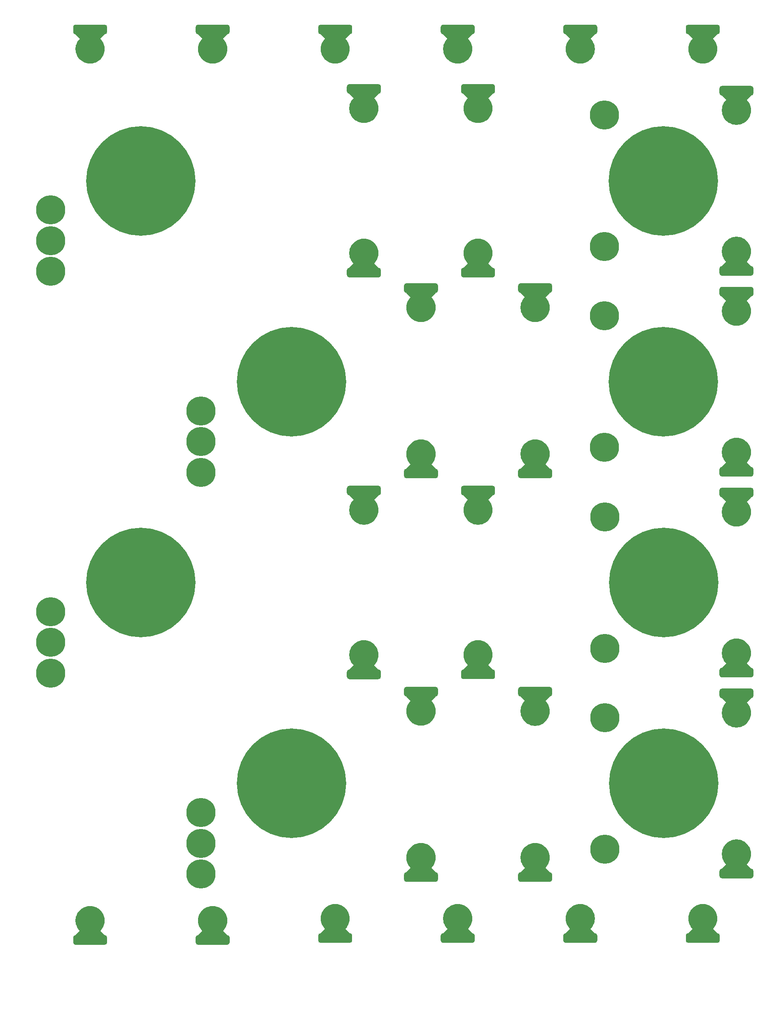
<source format=gbr>
%TF.GenerationSoftware,KiCad,Pcbnew,(5.1.9)-1*%
%TF.CreationDate,2021-09-09T23:53:42+02:00*%
%TF.ProjectId,SwitchBox,53776974-6368-4426-9f78-2e6b69636164,rev?*%
%TF.SameCoordinates,Original*%
%TF.FileFunction,Soldermask,Bot*%
%TF.FilePolarity,Negative*%
%FSLAX46Y46*%
G04 Gerber Fmt 4.6, Leading zero omitted, Abs format (unit mm)*
G04 Created by KiCad (PCBNEW (5.1.9)-1) date 2021-09-09 23:53:42*
%MOMM*%
%LPD*%
G01*
G04 APERTURE LIST*
%ADD10C,22.500000*%
%ADD11C,6.000000*%
%ADD12C,0.100000*%
G04 APERTURE END LIST*
D10*
%TO.C,D9*%
X161190000Y-64650000D03*
D11*
X149090000Y-78150000D03*
X149090000Y-51150000D03*
%TD*%
%TO.C,D10*%
X149090000Y-92406666D03*
X149090000Y-119406666D03*
D10*
X161190000Y-105906666D03*
%TD*%
%TO.C,D11*%
X161230000Y-147163332D03*
D11*
X149130000Y-160663332D03*
X149130000Y-133663332D03*
%TD*%
%TO.C,D12*%
X149150000Y-174920000D03*
X149150000Y-201920000D03*
D10*
X161250000Y-188420000D03*
%TD*%
%TO.C,BLACK*%
G36*
G01*
X40310000Y-219570000D02*
X46310000Y-219570000D01*
G75*
G02*
X46810000Y-220070000I0J-500000D01*
G01*
X46810000Y-221070000D01*
G75*
G02*
X46310000Y-221570000I-500000J0D01*
G01*
X40310000Y-221570000D01*
G75*
G02*
X39810000Y-221070000I0J500000D01*
G01*
X39810000Y-220070000D01*
G75*
G02*
X40310000Y-219570000I500000J0D01*
G01*
G37*
D12*
G36*
X43750191Y-213602470D02*
G01*
X44038941Y-213659906D01*
X44320670Y-213745368D01*
X44592665Y-213858032D01*
X44852308Y-213996814D01*
X45097098Y-214160377D01*
X45324677Y-214347147D01*
X45532853Y-214555323D01*
X45719623Y-214782902D01*
X45883186Y-215027692D01*
X46021968Y-215287335D01*
X46134632Y-215559330D01*
X46220094Y-215841059D01*
X46277530Y-216129809D01*
X46306386Y-216422797D01*
X46306386Y-216717203D01*
X46277530Y-217010191D01*
X46220094Y-217298941D01*
X46134632Y-217580670D01*
X46021968Y-217852665D01*
X45883186Y-218112308D01*
X45719623Y-218357098D01*
X45532853Y-218584677D01*
X45428765Y-218688765D01*
X46310000Y-219570000D01*
X40310000Y-219570000D01*
X41191235Y-218688765D01*
X41087147Y-218584677D01*
X40900377Y-218357098D01*
X40736814Y-218112308D01*
X40598032Y-217852665D01*
X40485368Y-217580670D01*
X40399906Y-217298941D01*
X40342470Y-217010191D01*
X40313614Y-216717203D01*
X40313614Y-216422797D01*
X40342470Y-216129809D01*
X40399906Y-215841059D01*
X40485368Y-215559330D01*
X40598032Y-215287335D01*
X40736814Y-215027692D01*
X40900377Y-214782902D01*
X41087147Y-214555323D01*
X41295323Y-214347147D01*
X41522902Y-214160377D01*
X41767692Y-213996814D01*
X42027335Y-213858032D01*
X42299330Y-213745368D01*
X42581059Y-213659906D01*
X42869809Y-213602470D01*
X43162797Y-213573614D01*
X43457203Y-213573614D01*
X43750191Y-213602470D01*
G37*
%TD*%
%TO.C,RED*%
G36*
X42869809Y-40537530D02*
G01*
X42581059Y-40480094D01*
X42299330Y-40394632D01*
X42027335Y-40281968D01*
X41767692Y-40143186D01*
X41522902Y-39979623D01*
X41295323Y-39792853D01*
X41087147Y-39584677D01*
X40900377Y-39357098D01*
X40736814Y-39112308D01*
X40598032Y-38852665D01*
X40485368Y-38580670D01*
X40399906Y-38298941D01*
X40342470Y-38010191D01*
X40313614Y-37717203D01*
X40313614Y-37422797D01*
X40342470Y-37129809D01*
X40399906Y-36841059D01*
X40485368Y-36559330D01*
X40598032Y-36287335D01*
X40736814Y-36027692D01*
X40900377Y-35782902D01*
X41087147Y-35555323D01*
X41191235Y-35451235D01*
X40310000Y-34570000D01*
X46310000Y-34570000D01*
X45428765Y-35451235D01*
X45532853Y-35555323D01*
X45719623Y-35782902D01*
X45883186Y-36027692D01*
X46021968Y-36287335D01*
X46134632Y-36559330D01*
X46220094Y-36841059D01*
X46277530Y-37129809D01*
X46306386Y-37422797D01*
X46306386Y-37717203D01*
X46277530Y-38010191D01*
X46220094Y-38298941D01*
X46134632Y-38580670D01*
X46021968Y-38852665D01*
X45883186Y-39112308D01*
X45719623Y-39357098D01*
X45532853Y-39584677D01*
X45324677Y-39792853D01*
X45097098Y-39979623D01*
X44852308Y-40143186D01*
X44592665Y-40281968D01*
X44320670Y-40394632D01*
X44038941Y-40480094D01*
X43750191Y-40537530D01*
X43457203Y-40566386D01*
X43162797Y-40566386D01*
X42869809Y-40537530D01*
G37*
G36*
G01*
X46310000Y-34570000D02*
X40310000Y-34570000D01*
G75*
G02*
X39810000Y-34070000I0J500000D01*
G01*
X39810000Y-33070000D01*
G75*
G02*
X40310000Y-32570000I500000J0D01*
G01*
X46310000Y-32570000D01*
G75*
G02*
X46810000Y-33070000I0J-500000D01*
G01*
X46810000Y-34070000D01*
G75*
G02*
X46310000Y-34570000I-500000J0D01*
G01*
G37*
%TD*%
%TO.C,BLACK*%
G36*
X68948191Y-213602470D02*
G01*
X69236941Y-213659906D01*
X69518670Y-213745368D01*
X69790665Y-213858032D01*
X70050308Y-213996814D01*
X70295098Y-214160377D01*
X70522677Y-214347147D01*
X70730853Y-214555323D01*
X70917623Y-214782902D01*
X71081186Y-215027692D01*
X71219968Y-215287335D01*
X71332632Y-215559330D01*
X71418094Y-215841059D01*
X71475530Y-216129809D01*
X71504386Y-216422797D01*
X71504386Y-216717203D01*
X71475530Y-217010191D01*
X71418094Y-217298941D01*
X71332632Y-217580670D01*
X71219968Y-217852665D01*
X71081186Y-218112308D01*
X70917623Y-218357098D01*
X70730853Y-218584677D01*
X70626765Y-218688765D01*
X71508000Y-219570000D01*
X65508000Y-219570000D01*
X66389235Y-218688765D01*
X66285147Y-218584677D01*
X66098377Y-218357098D01*
X65934814Y-218112308D01*
X65796032Y-217852665D01*
X65683368Y-217580670D01*
X65597906Y-217298941D01*
X65540470Y-217010191D01*
X65511614Y-216717203D01*
X65511614Y-216422797D01*
X65540470Y-216129809D01*
X65597906Y-215841059D01*
X65683368Y-215559330D01*
X65796032Y-215287335D01*
X65934814Y-215027692D01*
X66098377Y-214782902D01*
X66285147Y-214555323D01*
X66493323Y-214347147D01*
X66720902Y-214160377D01*
X66965692Y-213996814D01*
X67225335Y-213858032D01*
X67497330Y-213745368D01*
X67779059Y-213659906D01*
X68067809Y-213602470D01*
X68360797Y-213573614D01*
X68655203Y-213573614D01*
X68948191Y-213602470D01*
G37*
G36*
G01*
X65508000Y-219570000D02*
X71508000Y-219570000D01*
G75*
G02*
X72008000Y-220070000I0J-500000D01*
G01*
X72008000Y-221070000D01*
G75*
G02*
X71508000Y-221570000I-500000J0D01*
G01*
X65508000Y-221570000D01*
G75*
G02*
X65008000Y-221070000I0J500000D01*
G01*
X65008000Y-220070000D01*
G75*
G02*
X65508000Y-219570000I500000J0D01*
G01*
G37*
%TD*%
%TO.C,RED*%
G36*
G01*
X71508000Y-34570000D02*
X65508000Y-34570000D01*
G75*
G02*
X65008000Y-34070000I0J500000D01*
G01*
X65008000Y-33070000D01*
G75*
G02*
X65508000Y-32570000I500000J0D01*
G01*
X71508000Y-32570000D01*
G75*
G02*
X72008000Y-33070000I0J-500000D01*
G01*
X72008000Y-34070000D01*
G75*
G02*
X71508000Y-34570000I-500000J0D01*
G01*
G37*
G36*
X68067809Y-40537530D02*
G01*
X67779059Y-40480094D01*
X67497330Y-40394632D01*
X67225335Y-40281968D01*
X66965692Y-40143186D01*
X66720902Y-39979623D01*
X66493323Y-39792853D01*
X66285147Y-39584677D01*
X66098377Y-39357098D01*
X65934814Y-39112308D01*
X65796032Y-38852665D01*
X65683368Y-38580670D01*
X65597906Y-38298941D01*
X65540470Y-38010191D01*
X65511614Y-37717203D01*
X65511614Y-37422797D01*
X65540470Y-37129809D01*
X65597906Y-36841059D01*
X65683368Y-36559330D01*
X65796032Y-36287335D01*
X65934814Y-36027692D01*
X66098377Y-35782902D01*
X66285147Y-35555323D01*
X66389235Y-35451235D01*
X65508000Y-34570000D01*
X71508000Y-34570000D01*
X70626765Y-35451235D01*
X70730853Y-35555323D01*
X70917623Y-35782902D01*
X71081186Y-36027692D01*
X71219968Y-36287335D01*
X71332632Y-36559330D01*
X71418094Y-36841059D01*
X71475530Y-37129809D01*
X71504386Y-37422797D01*
X71504386Y-37717203D01*
X71475530Y-38010191D01*
X71418094Y-38298941D01*
X71332632Y-38580670D01*
X71219968Y-38852665D01*
X71081186Y-39112308D01*
X70917623Y-39357098D01*
X70730853Y-39584677D01*
X70522677Y-39792853D01*
X70295098Y-39979623D01*
X70050308Y-40143186D01*
X69790665Y-40281968D01*
X69518670Y-40394632D01*
X69236941Y-40480094D01*
X68948191Y-40537530D01*
X68655203Y-40566386D01*
X68360797Y-40566386D01*
X68067809Y-40537530D01*
G37*
%TD*%
%TO.C,BLACK*%
G36*
G01*
X90706000Y-219170000D02*
X96706000Y-219170000D01*
G75*
G02*
X97206000Y-219670000I0J-500000D01*
G01*
X97206000Y-220670000D01*
G75*
G02*
X96706000Y-221170000I-500000J0D01*
G01*
X90706000Y-221170000D01*
G75*
G02*
X90206000Y-220670000I0J500000D01*
G01*
X90206000Y-219670000D01*
G75*
G02*
X90706000Y-219170000I500000J0D01*
G01*
G37*
G36*
X94146191Y-213202470D02*
G01*
X94434941Y-213259906D01*
X94716670Y-213345368D01*
X94988665Y-213458032D01*
X95248308Y-213596814D01*
X95493098Y-213760377D01*
X95720677Y-213947147D01*
X95928853Y-214155323D01*
X96115623Y-214382902D01*
X96279186Y-214627692D01*
X96417968Y-214887335D01*
X96530632Y-215159330D01*
X96616094Y-215441059D01*
X96673530Y-215729809D01*
X96702386Y-216022797D01*
X96702386Y-216317203D01*
X96673530Y-216610191D01*
X96616094Y-216898941D01*
X96530632Y-217180670D01*
X96417968Y-217452665D01*
X96279186Y-217712308D01*
X96115623Y-217957098D01*
X95928853Y-218184677D01*
X95824765Y-218288765D01*
X96706000Y-219170000D01*
X90706000Y-219170000D01*
X91587235Y-218288765D01*
X91483147Y-218184677D01*
X91296377Y-217957098D01*
X91132814Y-217712308D01*
X90994032Y-217452665D01*
X90881368Y-217180670D01*
X90795906Y-216898941D01*
X90738470Y-216610191D01*
X90709614Y-216317203D01*
X90709614Y-216022797D01*
X90738470Y-215729809D01*
X90795906Y-215441059D01*
X90881368Y-215159330D01*
X90994032Y-214887335D01*
X91132814Y-214627692D01*
X91296377Y-214382902D01*
X91483147Y-214155323D01*
X91691323Y-213947147D01*
X91918902Y-213760377D01*
X92163692Y-213596814D01*
X92423335Y-213458032D01*
X92695330Y-213345368D01*
X92977059Y-213259906D01*
X93265809Y-213202470D01*
X93558797Y-213173614D01*
X93853203Y-213173614D01*
X94146191Y-213202470D01*
G37*
%TD*%
%TO.C,RED*%
G36*
X93265809Y-40537530D02*
G01*
X92977059Y-40480094D01*
X92695330Y-40394632D01*
X92423335Y-40281968D01*
X92163692Y-40143186D01*
X91918902Y-39979623D01*
X91691323Y-39792853D01*
X91483147Y-39584677D01*
X91296377Y-39357098D01*
X91132814Y-39112308D01*
X90994032Y-38852665D01*
X90881368Y-38580670D01*
X90795906Y-38298941D01*
X90738470Y-38010191D01*
X90709614Y-37717203D01*
X90709614Y-37422797D01*
X90738470Y-37129809D01*
X90795906Y-36841059D01*
X90881368Y-36559330D01*
X90994032Y-36287335D01*
X91132814Y-36027692D01*
X91296377Y-35782902D01*
X91483147Y-35555323D01*
X91587235Y-35451235D01*
X90706000Y-34570000D01*
X96706000Y-34570000D01*
X95824765Y-35451235D01*
X95928853Y-35555323D01*
X96115623Y-35782902D01*
X96279186Y-36027692D01*
X96417968Y-36287335D01*
X96530632Y-36559330D01*
X96616094Y-36841059D01*
X96673530Y-37129809D01*
X96702386Y-37422797D01*
X96702386Y-37717203D01*
X96673530Y-38010191D01*
X96616094Y-38298941D01*
X96530632Y-38580670D01*
X96417968Y-38852665D01*
X96279186Y-39112308D01*
X96115623Y-39357098D01*
X95928853Y-39584677D01*
X95720677Y-39792853D01*
X95493098Y-39979623D01*
X95248308Y-40143186D01*
X94988665Y-40281968D01*
X94716670Y-40394632D01*
X94434941Y-40480094D01*
X94146191Y-40537530D01*
X93853203Y-40566386D01*
X93558797Y-40566386D01*
X93265809Y-40537530D01*
G37*
G36*
G01*
X96706000Y-34570000D02*
X90706000Y-34570000D01*
G75*
G02*
X90206000Y-34070000I0J500000D01*
G01*
X90206000Y-33070000D01*
G75*
G02*
X90706000Y-32570000I500000J0D01*
G01*
X96706000Y-32570000D01*
G75*
G02*
X97206000Y-33070000I0J-500000D01*
G01*
X97206000Y-34070000D01*
G75*
G02*
X96706000Y-34570000I-500000J0D01*
G01*
G37*
%TD*%
%TO.C,BLACK*%
G36*
X119344191Y-213202470D02*
G01*
X119632941Y-213259906D01*
X119914670Y-213345368D01*
X120186665Y-213458032D01*
X120446308Y-213596814D01*
X120691098Y-213760377D01*
X120918677Y-213947147D01*
X121126853Y-214155323D01*
X121313623Y-214382902D01*
X121477186Y-214627692D01*
X121615968Y-214887335D01*
X121728632Y-215159330D01*
X121814094Y-215441059D01*
X121871530Y-215729809D01*
X121900386Y-216022797D01*
X121900386Y-216317203D01*
X121871530Y-216610191D01*
X121814094Y-216898941D01*
X121728632Y-217180670D01*
X121615968Y-217452665D01*
X121477186Y-217712308D01*
X121313623Y-217957098D01*
X121126853Y-218184677D01*
X121022765Y-218288765D01*
X121904000Y-219170000D01*
X115904000Y-219170000D01*
X116785235Y-218288765D01*
X116681147Y-218184677D01*
X116494377Y-217957098D01*
X116330814Y-217712308D01*
X116192032Y-217452665D01*
X116079368Y-217180670D01*
X115993906Y-216898941D01*
X115936470Y-216610191D01*
X115907614Y-216317203D01*
X115907614Y-216022797D01*
X115936470Y-215729809D01*
X115993906Y-215441059D01*
X116079368Y-215159330D01*
X116192032Y-214887335D01*
X116330814Y-214627692D01*
X116494377Y-214382902D01*
X116681147Y-214155323D01*
X116889323Y-213947147D01*
X117116902Y-213760377D01*
X117361692Y-213596814D01*
X117621335Y-213458032D01*
X117893330Y-213345368D01*
X118175059Y-213259906D01*
X118463809Y-213202470D01*
X118756797Y-213173614D01*
X119051203Y-213173614D01*
X119344191Y-213202470D01*
G37*
G36*
G01*
X115904000Y-219170000D02*
X121904000Y-219170000D01*
G75*
G02*
X122404000Y-219670000I0J-500000D01*
G01*
X122404000Y-220670000D01*
G75*
G02*
X121904000Y-221170000I-500000J0D01*
G01*
X115904000Y-221170000D01*
G75*
G02*
X115404000Y-220670000I0J500000D01*
G01*
X115404000Y-219670000D01*
G75*
G02*
X115904000Y-219170000I500000J0D01*
G01*
G37*
%TD*%
%TO.C,RED*%
G36*
G01*
X121904000Y-34570000D02*
X115904000Y-34570000D01*
G75*
G02*
X115404000Y-34070000I0J500000D01*
G01*
X115404000Y-33070000D01*
G75*
G02*
X115904000Y-32570000I500000J0D01*
G01*
X121904000Y-32570000D01*
G75*
G02*
X122404000Y-33070000I0J-500000D01*
G01*
X122404000Y-34070000D01*
G75*
G02*
X121904000Y-34570000I-500000J0D01*
G01*
G37*
G36*
X118463809Y-40537530D02*
G01*
X118175059Y-40480094D01*
X117893330Y-40394632D01*
X117621335Y-40281968D01*
X117361692Y-40143186D01*
X117116902Y-39979623D01*
X116889323Y-39792853D01*
X116681147Y-39584677D01*
X116494377Y-39357098D01*
X116330814Y-39112308D01*
X116192032Y-38852665D01*
X116079368Y-38580670D01*
X115993906Y-38298941D01*
X115936470Y-38010191D01*
X115907614Y-37717203D01*
X115907614Y-37422797D01*
X115936470Y-37129809D01*
X115993906Y-36841059D01*
X116079368Y-36559330D01*
X116192032Y-36287335D01*
X116330814Y-36027692D01*
X116494377Y-35782902D01*
X116681147Y-35555323D01*
X116785235Y-35451235D01*
X115904000Y-34570000D01*
X121904000Y-34570000D01*
X121022765Y-35451235D01*
X121126853Y-35555323D01*
X121313623Y-35782902D01*
X121477186Y-36027692D01*
X121615968Y-36287335D01*
X121728632Y-36559330D01*
X121814094Y-36841059D01*
X121871530Y-37129809D01*
X121900386Y-37422797D01*
X121900386Y-37717203D01*
X121871530Y-38010191D01*
X121814094Y-38298941D01*
X121728632Y-38580670D01*
X121615968Y-38852665D01*
X121477186Y-39112308D01*
X121313623Y-39357098D01*
X121126853Y-39584677D01*
X120918677Y-39792853D01*
X120691098Y-39979623D01*
X120446308Y-40143186D01*
X120186665Y-40281968D01*
X119914670Y-40394632D01*
X119632941Y-40480094D01*
X119344191Y-40537530D01*
X119051203Y-40566386D01*
X118756797Y-40566386D01*
X118463809Y-40537530D01*
G37*
%TD*%
%TO.C,BLACK*%
G36*
G01*
X141102000Y-219170000D02*
X147102000Y-219170000D01*
G75*
G02*
X147602000Y-219670000I0J-500000D01*
G01*
X147602000Y-220670000D01*
G75*
G02*
X147102000Y-221170000I-500000J0D01*
G01*
X141102000Y-221170000D01*
G75*
G02*
X140602000Y-220670000I0J500000D01*
G01*
X140602000Y-219670000D01*
G75*
G02*
X141102000Y-219170000I500000J0D01*
G01*
G37*
G36*
X144542191Y-213202470D02*
G01*
X144830941Y-213259906D01*
X145112670Y-213345368D01*
X145384665Y-213458032D01*
X145644308Y-213596814D01*
X145889098Y-213760377D01*
X146116677Y-213947147D01*
X146324853Y-214155323D01*
X146511623Y-214382902D01*
X146675186Y-214627692D01*
X146813968Y-214887335D01*
X146926632Y-215159330D01*
X147012094Y-215441059D01*
X147069530Y-215729809D01*
X147098386Y-216022797D01*
X147098386Y-216317203D01*
X147069530Y-216610191D01*
X147012094Y-216898941D01*
X146926632Y-217180670D01*
X146813968Y-217452665D01*
X146675186Y-217712308D01*
X146511623Y-217957098D01*
X146324853Y-218184677D01*
X146220765Y-218288765D01*
X147102000Y-219170000D01*
X141102000Y-219170000D01*
X141983235Y-218288765D01*
X141879147Y-218184677D01*
X141692377Y-217957098D01*
X141528814Y-217712308D01*
X141390032Y-217452665D01*
X141277368Y-217180670D01*
X141191906Y-216898941D01*
X141134470Y-216610191D01*
X141105614Y-216317203D01*
X141105614Y-216022797D01*
X141134470Y-215729809D01*
X141191906Y-215441059D01*
X141277368Y-215159330D01*
X141390032Y-214887335D01*
X141528814Y-214627692D01*
X141692377Y-214382902D01*
X141879147Y-214155323D01*
X142087323Y-213947147D01*
X142314902Y-213760377D01*
X142559692Y-213596814D01*
X142819335Y-213458032D01*
X143091330Y-213345368D01*
X143373059Y-213259906D01*
X143661809Y-213202470D01*
X143954797Y-213173614D01*
X144249203Y-213173614D01*
X144542191Y-213202470D01*
G37*
%TD*%
%TO.C,RED*%
G36*
X143661809Y-40537530D02*
G01*
X143373059Y-40480094D01*
X143091330Y-40394632D01*
X142819335Y-40281968D01*
X142559692Y-40143186D01*
X142314902Y-39979623D01*
X142087323Y-39792853D01*
X141879147Y-39584677D01*
X141692377Y-39357098D01*
X141528814Y-39112308D01*
X141390032Y-38852665D01*
X141277368Y-38580670D01*
X141191906Y-38298941D01*
X141134470Y-38010191D01*
X141105614Y-37717203D01*
X141105614Y-37422797D01*
X141134470Y-37129809D01*
X141191906Y-36841059D01*
X141277368Y-36559330D01*
X141390032Y-36287335D01*
X141528814Y-36027692D01*
X141692377Y-35782902D01*
X141879147Y-35555323D01*
X141983235Y-35451235D01*
X141102000Y-34570000D01*
X147102000Y-34570000D01*
X146220765Y-35451235D01*
X146324853Y-35555323D01*
X146511623Y-35782902D01*
X146675186Y-36027692D01*
X146813968Y-36287335D01*
X146926632Y-36559330D01*
X147012094Y-36841059D01*
X147069530Y-37129809D01*
X147098386Y-37422797D01*
X147098386Y-37717203D01*
X147069530Y-38010191D01*
X147012094Y-38298941D01*
X146926632Y-38580670D01*
X146813968Y-38852665D01*
X146675186Y-39112308D01*
X146511623Y-39357098D01*
X146324853Y-39584677D01*
X146116677Y-39792853D01*
X145889098Y-39979623D01*
X145644308Y-40143186D01*
X145384665Y-40281968D01*
X145112670Y-40394632D01*
X144830941Y-40480094D01*
X144542191Y-40537530D01*
X144249203Y-40566386D01*
X143954797Y-40566386D01*
X143661809Y-40537530D01*
G37*
G36*
G01*
X147102000Y-34570000D02*
X141102000Y-34570000D01*
G75*
G02*
X140602000Y-34070000I0J500000D01*
G01*
X140602000Y-33070000D01*
G75*
G02*
X141102000Y-32570000I500000J0D01*
G01*
X147102000Y-32570000D01*
G75*
G02*
X147602000Y-33070000I0J-500000D01*
G01*
X147602000Y-34070000D01*
G75*
G02*
X147102000Y-34570000I-500000J0D01*
G01*
G37*
%TD*%
%TO.C,BLACK*%
G36*
X169740191Y-213202470D02*
G01*
X170028941Y-213259906D01*
X170310670Y-213345368D01*
X170582665Y-213458032D01*
X170842308Y-213596814D01*
X171087098Y-213760377D01*
X171314677Y-213947147D01*
X171522853Y-214155323D01*
X171709623Y-214382902D01*
X171873186Y-214627692D01*
X172011968Y-214887335D01*
X172124632Y-215159330D01*
X172210094Y-215441059D01*
X172267530Y-215729809D01*
X172296386Y-216022797D01*
X172296386Y-216317203D01*
X172267530Y-216610191D01*
X172210094Y-216898941D01*
X172124632Y-217180670D01*
X172011968Y-217452665D01*
X171873186Y-217712308D01*
X171709623Y-217957098D01*
X171522853Y-218184677D01*
X171418765Y-218288765D01*
X172300000Y-219170000D01*
X166300000Y-219170000D01*
X167181235Y-218288765D01*
X167077147Y-218184677D01*
X166890377Y-217957098D01*
X166726814Y-217712308D01*
X166588032Y-217452665D01*
X166475368Y-217180670D01*
X166389906Y-216898941D01*
X166332470Y-216610191D01*
X166303614Y-216317203D01*
X166303614Y-216022797D01*
X166332470Y-215729809D01*
X166389906Y-215441059D01*
X166475368Y-215159330D01*
X166588032Y-214887335D01*
X166726814Y-214627692D01*
X166890377Y-214382902D01*
X167077147Y-214155323D01*
X167285323Y-213947147D01*
X167512902Y-213760377D01*
X167757692Y-213596814D01*
X168017335Y-213458032D01*
X168289330Y-213345368D01*
X168571059Y-213259906D01*
X168859809Y-213202470D01*
X169152797Y-213173614D01*
X169447203Y-213173614D01*
X169740191Y-213202470D01*
G37*
G36*
G01*
X166300000Y-219170000D02*
X172300000Y-219170000D01*
G75*
G02*
X172800000Y-219670000I0J-500000D01*
G01*
X172800000Y-220670000D01*
G75*
G02*
X172300000Y-221170000I-500000J0D01*
G01*
X166300000Y-221170000D01*
G75*
G02*
X165800000Y-220670000I0J500000D01*
G01*
X165800000Y-219670000D01*
G75*
G02*
X166300000Y-219170000I500000J0D01*
G01*
G37*
%TD*%
%TO.C,RED*%
G36*
G01*
X172300000Y-34570000D02*
X166300000Y-34570000D01*
G75*
G02*
X165800000Y-34070000I0J500000D01*
G01*
X165800000Y-33070000D01*
G75*
G02*
X166300000Y-32570000I500000J0D01*
G01*
X172300000Y-32570000D01*
G75*
G02*
X172800000Y-33070000I0J-500000D01*
G01*
X172800000Y-34070000D01*
G75*
G02*
X172300000Y-34570000I-500000J0D01*
G01*
G37*
G36*
X168859809Y-40537530D02*
G01*
X168571059Y-40480094D01*
X168289330Y-40394632D01*
X168017335Y-40281968D01*
X167757692Y-40143186D01*
X167512902Y-39979623D01*
X167285323Y-39792853D01*
X167077147Y-39584677D01*
X166890377Y-39357098D01*
X166726814Y-39112308D01*
X166588032Y-38852665D01*
X166475368Y-38580670D01*
X166389906Y-38298941D01*
X166332470Y-38010191D01*
X166303614Y-37717203D01*
X166303614Y-37422797D01*
X166332470Y-37129809D01*
X166389906Y-36841059D01*
X166475368Y-36559330D01*
X166588032Y-36287335D01*
X166726814Y-36027692D01*
X166890377Y-35782902D01*
X167077147Y-35555323D01*
X167181235Y-35451235D01*
X166300000Y-34570000D01*
X172300000Y-34570000D01*
X171418765Y-35451235D01*
X171522853Y-35555323D01*
X171709623Y-35782902D01*
X171873186Y-36027692D01*
X172011968Y-36287335D01*
X172124632Y-36559330D01*
X172210094Y-36841059D01*
X172267530Y-37129809D01*
X172296386Y-37422797D01*
X172296386Y-37717203D01*
X172267530Y-38010191D01*
X172210094Y-38298941D01*
X172124632Y-38580670D01*
X172011968Y-38852665D01*
X171873186Y-39112308D01*
X171709623Y-39357098D01*
X171522853Y-39584677D01*
X171314677Y-39792853D01*
X171087098Y-39979623D01*
X170842308Y-40143186D01*
X170582665Y-40281968D01*
X170310670Y-40394632D01*
X170028941Y-40480094D01*
X169740191Y-40537530D01*
X169447203Y-40566386D01*
X169152797Y-40566386D01*
X168859809Y-40537530D01*
G37*
%TD*%
%TO.C,BLACK*%
G36*
G01*
X102610000Y-46790000D02*
X96610000Y-46790000D01*
G75*
G02*
X96110000Y-46290000I0J500000D01*
G01*
X96110000Y-45290000D01*
G75*
G02*
X96610000Y-44790000I500000J0D01*
G01*
X102610000Y-44790000D01*
G75*
G02*
X103110000Y-45290000I0J-500000D01*
G01*
X103110000Y-46290000D01*
G75*
G02*
X102610000Y-46790000I-500000J0D01*
G01*
G37*
G36*
X99169809Y-52757530D02*
G01*
X98881059Y-52700094D01*
X98599330Y-52614632D01*
X98327335Y-52501968D01*
X98067692Y-52363186D01*
X97822902Y-52199623D01*
X97595323Y-52012853D01*
X97387147Y-51804677D01*
X97200377Y-51577098D01*
X97036814Y-51332308D01*
X96898032Y-51072665D01*
X96785368Y-50800670D01*
X96699906Y-50518941D01*
X96642470Y-50230191D01*
X96613614Y-49937203D01*
X96613614Y-49642797D01*
X96642470Y-49349809D01*
X96699906Y-49061059D01*
X96785368Y-48779330D01*
X96898032Y-48507335D01*
X97036814Y-48247692D01*
X97200377Y-48002902D01*
X97387147Y-47775323D01*
X97491235Y-47671235D01*
X96610000Y-46790000D01*
X102610000Y-46790000D01*
X101728765Y-47671235D01*
X101832853Y-47775323D01*
X102019623Y-48002902D01*
X102183186Y-48247692D01*
X102321968Y-48507335D01*
X102434632Y-48779330D01*
X102520094Y-49061059D01*
X102577530Y-49349809D01*
X102606386Y-49642797D01*
X102606386Y-49937203D01*
X102577530Y-50230191D01*
X102520094Y-50518941D01*
X102434632Y-50800670D01*
X102321968Y-51072665D01*
X102183186Y-51332308D01*
X102019623Y-51577098D01*
X101832853Y-51804677D01*
X101624677Y-52012853D01*
X101397098Y-52199623D01*
X101152308Y-52363186D01*
X100892665Y-52501968D01*
X100620670Y-52614632D01*
X100338941Y-52700094D01*
X100050191Y-52757530D01*
X99757203Y-52786386D01*
X99462797Y-52786386D01*
X99169809Y-52757530D01*
G37*
%TD*%
%TO.C,BLACK*%
G36*
X110909809Y-93647530D02*
G01*
X110621059Y-93590094D01*
X110339330Y-93504632D01*
X110067335Y-93391968D01*
X109807692Y-93253186D01*
X109562902Y-93089623D01*
X109335323Y-92902853D01*
X109127147Y-92694677D01*
X108940377Y-92467098D01*
X108776814Y-92222308D01*
X108638032Y-91962665D01*
X108525368Y-91690670D01*
X108439906Y-91408941D01*
X108382470Y-91120191D01*
X108353614Y-90827203D01*
X108353614Y-90532797D01*
X108382470Y-90239809D01*
X108439906Y-89951059D01*
X108525368Y-89669330D01*
X108638032Y-89397335D01*
X108776814Y-89137692D01*
X108940377Y-88892902D01*
X109127147Y-88665323D01*
X109231235Y-88561235D01*
X108350000Y-87680000D01*
X114350000Y-87680000D01*
X113468765Y-88561235D01*
X113572853Y-88665323D01*
X113759623Y-88892902D01*
X113923186Y-89137692D01*
X114061968Y-89397335D01*
X114174632Y-89669330D01*
X114260094Y-89951059D01*
X114317530Y-90239809D01*
X114346386Y-90532797D01*
X114346386Y-90827203D01*
X114317530Y-91120191D01*
X114260094Y-91408941D01*
X114174632Y-91690670D01*
X114061968Y-91962665D01*
X113923186Y-92222308D01*
X113759623Y-92467098D01*
X113572853Y-92694677D01*
X113364677Y-92902853D01*
X113137098Y-93089623D01*
X112892308Y-93253186D01*
X112632665Y-93391968D01*
X112360670Y-93504632D01*
X112078941Y-93590094D01*
X111790191Y-93647530D01*
X111497203Y-93676386D01*
X111202797Y-93676386D01*
X110909809Y-93647530D01*
G37*
G36*
G01*
X114350000Y-87680000D02*
X108350000Y-87680000D01*
G75*
G02*
X107850000Y-87180000I0J500000D01*
G01*
X107850000Y-86180000D01*
G75*
G02*
X108350000Y-85680000I500000J0D01*
G01*
X114350000Y-85680000D01*
G75*
G02*
X114850000Y-86180000I0J-500000D01*
G01*
X114850000Y-87180000D01*
G75*
G02*
X114350000Y-87680000I-500000J0D01*
G01*
G37*
%TD*%
%TO.C,BLACK*%
G36*
X100050191Y-76532470D02*
G01*
X100338941Y-76589906D01*
X100620670Y-76675368D01*
X100892665Y-76788032D01*
X101152308Y-76926814D01*
X101397098Y-77090377D01*
X101624677Y-77277147D01*
X101832853Y-77485323D01*
X102019623Y-77712902D01*
X102183186Y-77957692D01*
X102321968Y-78217335D01*
X102434632Y-78489330D01*
X102520094Y-78771059D01*
X102577530Y-79059809D01*
X102606386Y-79352797D01*
X102606386Y-79647203D01*
X102577530Y-79940191D01*
X102520094Y-80228941D01*
X102434632Y-80510670D01*
X102321968Y-80782665D01*
X102183186Y-81042308D01*
X102019623Y-81287098D01*
X101832853Y-81514677D01*
X101728765Y-81618765D01*
X102610000Y-82500000D01*
X96610000Y-82500000D01*
X97491235Y-81618765D01*
X97387147Y-81514677D01*
X97200377Y-81287098D01*
X97036814Y-81042308D01*
X96898032Y-80782665D01*
X96785368Y-80510670D01*
X96699906Y-80228941D01*
X96642470Y-79940191D01*
X96613614Y-79647203D01*
X96613614Y-79352797D01*
X96642470Y-79059809D01*
X96699906Y-78771059D01*
X96785368Y-78489330D01*
X96898032Y-78217335D01*
X97036814Y-77957692D01*
X97200377Y-77712902D01*
X97387147Y-77485323D01*
X97595323Y-77277147D01*
X97822902Y-77090377D01*
X98067692Y-76926814D01*
X98327335Y-76788032D01*
X98599330Y-76675368D01*
X98881059Y-76589906D01*
X99169809Y-76532470D01*
X99462797Y-76503614D01*
X99757203Y-76503614D01*
X100050191Y-76532470D01*
G37*
G36*
G01*
X96610000Y-82500000D02*
X102610000Y-82500000D01*
G75*
G02*
X103110000Y-83000000I0J-500000D01*
G01*
X103110000Y-84000000D01*
G75*
G02*
X102610000Y-84500000I-500000J0D01*
G01*
X96610000Y-84500000D01*
G75*
G02*
X96110000Y-84000000I0J500000D01*
G01*
X96110000Y-83000000D01*
G75*
G02*
X96610000Y-82500000I500000J0D01*
G01*
G37*
%TD*%
%TO.C,BLACK*%
G36*
X111790191Y-117802470D02*
G01*
X112078941Y-117859906D01*
X112360670Y-117945368D01*
X112632665Y-118058032D01*
X112892308Y-118196814D01*
X113137098Y-118360377D01*
X113364677Y-118547147D01*
X113572853Y-118755323D01*
X113759623Y-118982902D01*
X113923186Y-119227692D01*
X114061968Y-119487335D01*
X114174632Y-119759330D01*
X114260094Y-120041059D01*
X114317530Y-120329809D01*
X114346386Y-120622797D01*
X114346386Y-120917203D01*
X114317530Y-121210191D01*
X114260094Y-121498941D01*
X114174632Y-121780670D01*
X114061968Y-122052665D01*
X113923186Y-122312308D01*
X113759623Y-122557098D01*
X113572853Y-122784677D01*
X113468765Y-122888765D01*
X114350000Y-123770000D01*
X108350000Y-123770000D01*
X109231235Y-122888765D01*
X109127147Y-122784677D01*
X108940377Y-122557098D01*
X108776814Y-122312308D01*
X108638032Y-122052665D01*
X108525368Y-121780670D01*
X108439906Y-121498941D01*
X108382470Y-121210191D01*
X108353614Y-120917203D01*
X108353614Y-120622797D01*
X108382470Y-120329809D01*
X108439906Y-120041059D01*
X108525368Y-119759330D01*
X108638032Y-119487335D01*
X108776814Y-119227692D01*
X108940377Y-118982902D01*
X109127147Y-118755323D01*
X109335323Y-118547147D01*
X109562902Y-118360377D01*
X109807692Y-118196814D01*
X110067335Y-118058032D01*
X110339330Y-117945368D01*
X110621059Y-117859906D01*
X110909809Y-117802470D01*
X111202797Y-117773614D01*
X111497203Y-117773614D01*
X111790191Y-117802470D01*
G37*
G36*
G01*
X108350000Y-123770000D02*
X114350000Y-123770000D01*
G75*
G02*
X114850000Y-124270000I0J-500000D01*
G01*
X114850000Y-125270000D01*
G75*
G02*
X114350000Y-125770000I-500000J0D01*
G01*
X108350000Y-125770000D01*
G75*
G02*
X107850000Y-125270000I0J500000D01*
G01*
X107850000Y-124270000D01*
G75*
G02*
X108350000Y-123770000I500000J0D01*
G01*
G37*
%TD*%
%TO.C,BLACK*%
G36*
X99169809Y-135237530D02*
G01*
X98881059Y-135180094D01*
X98599330Y-135094632D01*
X98327335Y-134981968D01*
X98067692Y-134843186D01*
X97822902Y-134679623D01*
X97595323Y-134492853D01*
X97387147Y-134284677D01*
X97200377Y-134057098D01*
X97036814Y-133812308D01*
X96898032Y-133552665D01*
X96785368Y-133280670D01*
X96699906Y-132998941D01*
X96642470Y-132710191D01*
X96613614Y-132417203D01*
X96613614Y-132122797D01*
X96642470Y-131829809D01*
X96699906Y-131541059D01*
X96785368Y-131259330D01*
X96898032Y-130987335D01*
X97036814Y-130727692D01*
X97200377Y-130482902D01*
X97387147Y-130255323D01*
X97491235Y-130151235D01*
X96610000Y-129270000D01*
X102610000Y-129270000D01*
X101728765Y-130151235D01*
X101832853Y-130255323D01*
X102019623Y-130482902D01*
X102183186Y-130727692D01*
X102321968Y-130987335D01*
X102434632Y-131259330D01*
X102520094Y-131541059D01*
X102577530Y-131829809D01*
X102606386Y-132122797D01*
X102606386Y-132417203D01*
X102577530Y-132710191D01*
X102520094Y-132998941D01*
X102434632Y-133280670D01*
X102321968Y-133552665D01*
X102183186Y-133812308D01*
X102019623Y-134057098D01*
X101832853Y-134284677D01*
X101624677Y-134492853D01*
X101397098Y-134679623D01*
X101152308Y-134843186D01*
X100892665Y-134981968D01*
X100620670Y-135094632D01*
X100338941Y-135180094D01*
X100050191Y-135237530D01*
X99757203Y-135266386D01*
X99462797Y-135266386D01*
X99169809Y-135237530D01*
G37*
G36*
G01*
X102610000Y-129270000D02*
X96610000Y-129270000D01*
G75*
G02*
X96110000Y-128770000I0J500000D01*
G01*
X96110000Y-127770000D01*
G75*
G02*
X96610000Y-127270000I500000J0D01*
G01*
X102610000Y-127270000D01*
G75*
G02*
X103110000Y-127770000I0J-500000D01*
G01*
X103110000Y-128770000D01*
G75*
G02*
X102610000Y-129270000I-500000J0D01*
G01*
G37*
%TD*%
%TO.C,BLACK*%
G36*
G01*
X114350000Y-170570000D02*
X108350000Y-170570000D01*
G75*
G02*
X107850000Y-170070000I0J500000D01*
G01*
X107850000Y-169070000D01*
G75*
G02*
X108350000Y-168570000I500000J0D01*
G01*
X114350000Y-168570000D01*
G75*
G02*
X114850000Y-169070000I0J-500000D01*
G01*
X114850000Y-170070000D01*
G75*
G02*
X114350000Y-170570000I-500000J0D01*
G01*
G37*
G36*
X110909809Y-176537530D02*
G01*
X110621059Y-176480094D01*
X110339330Y-176394632D01*
X110067335Y-176281968D01*
X109807692Y-176143186D01*
X109562902Y-175979623D01*
X109335323Y-175792853D01*
X109127147Y-175584677D01*
X108940377Y-175357098D01*
X108776814Y-175112308D01*
X108638032Y-174852665D01*
X108525368Y-174580670D01*
X108439906Y-174298941D01*
X108382470Y-174010191D01*
X108353614Y-173717203D01*
X108353614Y-173422797D01*
X108382470Y-173129809D01*
X108439906Y-172841059D01*
X108525368Y-172559330D01*
X108638032Y-172287335D01*
X108776814Y-172027692D01*
X108940377Y-171782902D01*
X109127147Y-171555323D01*
X109231235Y-171451235D01*
X108350000Y-170570000D01*
X114350000Y-170570000D01*
X113468765Y-171451235D01*
X113572853Y-171555323D01*
X113759623Y-171782902D01*
X113923186Y-172027692D01*
X114061968Y-172287335D01*
X114174632Y-172559330D01*
X114260094Y-172841059D01*
X114317530Y-173129809D01*
X114346386Y-173422797D01*
X114346386Y-173717203D01*
X114317530Y-174010191D01*
X114260094Y-174298941D01*
X114174632Y-174580670D01*
X114061968Y-174852665D01*
X113923186Y-175112308D01*
X113759623Y-175357098D01*
X113572853Y-175584677D01*
X113364677Y-175792853D01*
X113137098Y-175979623D01*
X112892308Y-176143186D01*
X112632665Y-176281968D01*
X112360670Y-176394632D01*
X112078941Y-176480094D01*
X111790191Y-176537530D01*
X111497203Y-176566386D01*
X111202797Y-176566386D01*
X110909809Y-176537530D01*
G37*
%TD*%
%TO.C,BLACK*%
G36*
G01*
X96610000Y-165010000D02*
X102610000Y-165010000D01*
G75*
G02*
X103110000Y-165510000I0J-500000D01*
G01*
X103110000Y-166510000D01*
G75*
G02*
X102610000Y-167010000I-500000J0D01*
G01*
X96610000Y-167010000D01*
G75*
G02*
X96110000Y-166510000I0J500000D01*
G01*
X96110000Y-165510000D01*
G75*
G02*
X96610000Y-165010000I500000J0D01*
G01*
G37*
G36*
X100050191Y-159042470D02*
G01*
X100338941Y-159099906D01*
X100620670Y-159185368D01*
X100892665Y-159298032D01*
X101152308Y-159436814D01*
X101397098Y-159600377D01*
X101624677Y-159787147D01*
X101832853Y-159995323D01*
X102019623Y-160222902D01*
X102183186Y-160467692D01*
X102321968Y-160727335D01*
X102434632Y-160999330D01*
X102520094Y-161281059D01*
X102577530Y-161569809D01*
X102606386Y-161862797D01*
X102606386Y-162157203D01*
X102577530Y-162450191D01*
X102520094Y-162738941D01*
X102434632Y-163020670D01*
X102321968Y-163292665D01*
X102183186Y-163552308D01*
X102019623Y-163797098D01*
X101832853Y-164024677D01*
X101728765Y-164128765D01*
X102610000Y-165010000D01*
X96610000Y-165010000D01*
X97491235Y-164128765D01*
X97387147Y-164024677D01*
X97200377Y-163797098D01*
X97036814Y-163552308D01*
X96898032Y-163292665D01*
X96785368Y-163020670D01*
X96699906Y-162738941D01*
X96642470Y-162450191D01*
X96613614Y-162157203D01*
X96613614Y-161862797D01*
X96642470Y-161569809D01*
X96699906Y-161281059D01*
X96785368Y-160999330D01*
X96898032Y-160727335D01*
X97036814Y-160467692D01*
X97200377Y-160222902D01*
X97387147Y-159995323D01*
X97595323Y-159787147D01*
X97822902Y-159600377D01*
X98067692Y-159436814D01*
X98327335Y-159298032D01*
X98599330Y-159185368D01*
X98881059Y-159099906D01*
X99169809Y-159042470D01*
X99462797Y-159013614D01*
X99757203Y-159013614D01*
X100050191Y-159042470D01*
G37*
%TD*%
%TO.C,BLACK*%
G36*
G01*
X108350000Y-206650000D02*
X114350000Y-206650000D01*
G75*
G02*
X114850000Y-207150000I0J-500000D01*
G01*
X114850000Y-208150000D01*
G75*
G02*
X114350000Y-208650000I-500000J0D01*
G01*
X108350000Y-208650000D01*
G75*
G02*
X107850000Y-208150000I0J500000D01*
G01*
X107850000Y-207150000D01*
G75*
G02*
X108350000Y-206650000I500000J0D01*
G01*
G37*
G36*
X111790191Y-200682470D02*
G01*
X112078941Y-200739906D01*
X112360670Y-200825368D01*
X112632665Y-200938032D01*
X112892308Y-201076814D01*
X113137098Y-201240377D01*
X113364677Y-201427147D01*
X113572853Y-201635323D01*
X113759623Y-201862902D01*
X113923186Y-202107692D01*
X114061968Y-202367335D01*
X114174632Y-202639330D01*
X114260094Y-202921059D01*
X114317530Y-203209809D01*
X114346386Y-203502797D01*
X114346386Y-203797203D01*
X114317530Y-204090191D01*
X114260094Y-204378941D01*
X114174632Y-204660670D01*
X114061968Y-204932665D01*
X113923186Y-205192308D01*
X113759623Y-205437098D01*
X113572853Y-205664677D01*
X113468765Y-205768765D01*
X114350000Y-206650000D01*
X108350000Y-206650000D01*
X109231235Y-205768765D01*
X109127147Y-205664677D01*
X108940377Y-205437098D01*
X108776814Y-205192308D01*
X108638032Y-204932665D01*
X108525368Y-204660670D01*
X108439906Y-204378941D01*
X108382470Y-204090191D01*
X108353614Y-203797203D01*
X108353614Y-203502797D01*
X108382470Y-203209809D01*
X108439906Y-202921059D01*
X108525368Y-202639330D01*
X108638032Y-202367335D01*
X108776814Y-202107692D01*
X108940377Y-201862902D01*
X109127147Y-201635323D01*
X109335323Y-201427147D01*
X109562902Y-201240377D01*
X109807692Y-201076814D01*
X110067335Y-200938032D01*
X110339330Y-200825368D01*
X110621059Y-200739906D01*
X110909809Y-200682470D01*
X111202797Y-200653614D01*
X111497203Y-200653614D01*
X111790191Y-200682470D01*
G37*
%TD*%
%TO.C,BLACK*%
G36*
X122639809Y-52757530D02*
G01*
X122351059Y-52700094D01*
X122069330Y-52614632D01*
X121797335Y-52501968D01*
X121537692Y-52363186D01*
X121292902Y-52199623D01*
X121065323Y-52012853D01*
X120857147Y-51804677D01*
X120670377Y-51577098D01*
X120506814Y-51332308D01*
X120368032Y-51072665D01*
X120255368Y-50800670D01*
X120169906Y-50518941D01*
X120112470Y-50230191D01*
X120083614Y-49937203D01*
X120083614Y-49642797D01*
X120112470Y-49349809D01*
X120169906Y-49061059D01*
X120255368Y-48779330D01*
X120368032Y-48507335D01*
X120506814Y-48247692D01*
X120670377Y-48002902D01*
X120857147Y-47775323D01*
X120961235Y-47671235D01*
X120080000Y-46790000D01*
X126080000Y-46790000D01*
X125198765Y-47671235D01*
X125302853Y-47775323D01*
X125489623Y-48002902D01*
X125653186Y-48247692D01*
X125791968Y-48507335D01*
X125904632Y-48779330D01*
X125990094Y-49061059D01*
X126047530Y-49349809D01*
X126076386Y-49642797D01*
X126076386Y-49937203D01*
X126047530Y-50230191D01*
X125990094Y-50518941D01*
X125904632Y-50800670D01*
X125791968Y-51072665D01*
X125653186Y-51332308D01*
X125489623Y-51577098D01*
X125302853Y-51804677D01*
X125094677Y-52012853D01*
X124867098Y-52199623D01*
X124622308Y-52363186D01*
X124362665Y-52501968D01*
X124090670Y-52614632D01*
X123808941Y-52700094D01*
X123520191Y-52757530D01*
X123227203Y-52786386D01*
X122932797Y-52786386D01*
X122639809Y-52757530D01*
G37*
G36*
G01*
X126080000Y-46790000D02*
X120080000Y-46790000D01*
G75*
G02*
X119580000Y-46290000I0J500000D01*
G01*
X119580000Y-45290000D01*
G75*
G02*
X120080000Y-44790000I500000J0D01*
G01*
X126080000Y-44790000D01*
G75*
G02*
X126580000Y-45290000I0J-500000D01*
G01*
X126580000Y-46290000D01*
G75*
G02*
X126080000Y-46790000I-500000J0D01*
G01*
G37*
%TD*%
%TO.C,BLACK*%
G36*
X134379809Y-93647530D02*
G01*
X134091059Y-93590094D01*
X133809330Y-93504632D01*
X133537335Y-93391968D01*
X133277692Y-93253186D01*
X133032902Y-93089623D01*
X132805323Y-92902853D01*
X132597147Y-92694677D01*
X132410377Y-92467098D01*
X132246814Y-92222308D01*
X132108032Y-91962665D01*
X131995368Y-91690670D01*
X131909906Y-91408941D01*
X131852470Y-91120191D01*
X131823614Y-90827203D01*
X131823614Y-90532797D01*
X131852470Y-90239809D01*
X131909906Y-89951059D01*
X131995368Y-89669330D01*
X132108032Y-89397335D01*
X132246814Y-89137692D01*
X132410377Y-88892902D01*
X132597147Y-88665323D01*
X132701235Y-88561235D01*
X131820000Y-87680000D01*
X137820000Y-87680000D01*
X136938765Y-88561235D01*
X137042853Y-88665323D01*
X137229623Y-88892902D01*
X137393186Y-89137692D01*
X137531968Y-89397335D01*
X137644632Y-89669330D01*
X137730094Y-89951059D01*
X137787530Y-90239809D01*
X137816386Y-90532797D01*
X137816386Y-90827203D01*
X137787530Y-91120191D01*
X137730094Y-91408941D01*
X137644632Y-91690670D01*
X137531968Y-91962665D01*
X137393186Y-92222308D01*
X137229623Y-92467098D01*
X137042853Y-92694677D01*
X136834677Y-92902853D01*
X136607098Y-93089623D01*
X136362308Y-93253186D01*
X136102665Y-93391968D01*
X135830670Y-93504632D01*
X135548941Y-93590094D01*
X135260191Y-93647530D01*
X134967203Y-93676386D01*
X134672797Y-93676386D01*
X134379809Y-93647530D01*
G37*
G36*
G01*
X137820000Y-87680000D02*
X131820000Y-87680000D01*
G75*
G02*
X131320000Y-87180000I0J500000D01*
G01*
X131320000Y-86180000D01*
G75*
G02*
X131820000Y-85680000I500000J0D01*
G01*
X137820000Y-85680000D01*
G75*
G02*
X138320000Y-86180000I0J-500000D01*
G01*
X138320000Y-87180000D01*
G75*
G02*
X137820000Y-87680000I-500000J0D01*
G01*
G37*
%TD*%
%TO.C,BLACK*%
G36*
G01*
X120080000Y-82500000D02*
X126080000Y-82500000D01*
G75*
G02*
X126580000Y-83000000I0J-500000D01*
G01*
X126580000Y-84000000D01*
G75*
G02*
X126080000Y-84500000I-500000J0D01*
G01*
X120080000Y-84500000D01*
G75*
G02*
X119580000Y-84000000I0J500000D01*
G01*
X119580000Y-83000000D01*
G75*
G02*
X120080000Y-82500000I500000J0D01*
G01*
G37*
G36*
X123520191Y-76532470D02*
G01*
X123808941Y-76589906D01*
X124090670Y-76675368D01*
X124362665Y-76788032D01*
X124622308Y-76926814D01*
X124867098Y-77090377D01*
X125094677Y-77277147D01*
X125302853Y-77485323D01*
X125489623Y-77712902D01*
X125653186Y-77957692D01*
X125791968Y-78217335D01*
X125904632Y-78489330D01*
X125990094Y-78771059D01*
X126047530Y-79059809D01*
X126076386Y-79352797D01*
X126076386Y-79647203D01*
X126047530Y-79940191D01*
X125990094Y-80228941D01*
X125904632Y-80510670D01*
X125791968Y-80782665D01*
X125653186Y-81042308D01*
X125489623Y-81287098D01*
X125302853Y-81514677D01*
X125198765Y-81618765D01*
X126080000Y-82500000D01*
X120080000Y-82500000D01*
X120961235Y-81618765D01*
X120857147Y-81514677D01*
X120670377Y-81287098D01*
X120506814Y-81042308D01*
X120368032Y-80782665D01*
X120255368Y-80510670D01*
X120169906Y-80228941D01*
X120112470Y-79940191D01*
X120083614Y-79647203D01*
X120083614Y-79352797D01*
X120112470Y-79059809D01*
X120169906Y-78771059D01*
X120255368Y-78489330D01*
X120368032Y-78217335D01*
X120506814Y-77957692D01*
X120670377Y-77712902D01*
X120857147Y-77485323D01*
X121065323Y-77277147D01*
X121292902Y-77090377D01*
X121537692Y-76926814D01*
X121797335Y-76788032D01*
X122069330Y-76675368D01*
X122351059Y-76589906D01*
X122639809Y-76532470D01*
X122932797Y-76503614D01*
X123227203Y-76503614D01*
X123520191Y-76532470D01*
G37*
%TD*%
%TO.C,BLACK*%
G36*
G01*
X131820000Y-123740000D02*
X137820000Y-123740000D01*
G75*
G02*
X138320000Y-124240000I0J-500000D01*
G01*
X138320000Y-125240000D01*
G75*
G02*
X137820000Y-125740000I-500000J0D01*
G01*
X131820000Y-125740000D01*
G75*
G02*
X131320000Y-125240000I0J500000D01*
G01*
X131320000Y-124240000D01*
G75*
G02*
X131820000Y-123740000I500000J0D01*
G01*
G37*
G36*
X135260191Y-117772470D02*
G01*
X135548941Y-117829906D01*
X135830670Y-117915368D01*
X136102665Y-118028032D01*
X136362308Y-118166814D01*
X136607098Y-118330377D01*
X136834677Y-118517147D01*
X137042853Y-118725323D01*
X137229623Y-118952902D01*
X137393186Y-119197692D01*
X137531968Y-119457335D01*
X137644632Y-119729330D01*
X137730094Y-120011059D01*
X137787530Y-120299809D01*
X137816386Y-120592797D01*
X137816386Y-120887203D01*
X137787530Y-121180191D01*
X137730094Y-121468941D01*
X137644632Y-121750670D01*
X137531968Y-122022665D01*
X137393186Y-122282308D01*
X137229623Y-122527098D01*
X137042853Y-122754677D01*
X136938765Y-122858765D01*
X137820000Y-123740000D01*
X131820000Y-123740000D01*
X132701235Y-122858765D01*
X132597147Y-122754677D01*
X132410377Y-122527098D01*
X132246814Y-122282308D01*
X132108032Y-122022665D01*
X131995368Y-121750670D01*
X131909906Y-121468941D01*
X131852470Y-121180191D01*
X131823614Y-120887203D01*
X131823614Y-120592797D01*
X131852470Y-120299809D01*
X131909906Y-120011059D01*
X131995368Y-119729330D01*
X132108032Y-119457335D01*
X132246814Y-119197692D01*
X132410377Y-118952902D01*
X132597147Y-118725323D01*
X132805323Y-118517147D01*
X133032902Y-118330377D01*
X133277692Y-118166814D01*
X133537335Y-118028032D01*
X133809330Y-117915368D01*
X134091059Y-117829906D01*
X134379809Y-117772470D01*
X134672797Y-117743614D01*
X134967203Y-117743614D01*
X135260191Y-117772470D01*
G37*
%TD*%
%TO.C,BLACK*%
G36*
G01*
X126080000Y-129270000D02*
X120080000Y-129270000D01*
G75*
G02*
X119580000Y-128770000I0J500000D01*
G01*
X119580000Y-127770000D01*
G75*
G02*
X120080000Y-127270000I500000J0D01*
G01*
X126080000Y-127270000D01*
G75*
G02*
X126580000Y-127770000I0J-500000D01*
G01*
X126580000Y-128770000D01*
G75*
G02*
X126080000Y-129270000I-500000J0D01*
G01*
G37*
G36*
X122639809Y-135237530D02*
G01*
X122351059Y-135180094D01*
X122069330Y-135094632D01*
X121797335Y-134981968D01*
X121537692Y-134843186D01*
X121292902Y-134679623D01*
X121065323Y-134492853D01*
X120857147Y-134284677D01*
X120670377Y-134057098D01*
X120506814Y-133812308D01*
X120368032Y-133552665D01*
X120255368Y-133280670D01*
X120169906Y-132998941D01*
X120112470Y-132710191D01*
X120083614Y-132417203D01*
X120083614Y-132122797D01*
X120112470Y-131829809D01*
X120169906Y-131541059D01*
X120255368Y-131259330D01*
X120368032Y-130987335D01*
X120506814Y-130727692D01*
X120670377Y-130482902D01*
X120857147Y-130255323D01*
X120961235Y-130151235D01*
X120080000Y-129270000D01*
X126080000Y-129270000D01*
X125198765Y-130151235D01*
X125302853Y-130255323D01*
X125489623Y-130482902D01*
X125653186Y-130727692D01*
X125791968Y-130987335D01*
X125904632Y-131259330D01*
X125990094Y-131541059D01*
X126047530Y-131829809D01*
X126076386Y-132122797D01*
X126076386Y-132417203D01*
X126047530Y-132710191D01*
X125990094Y-132998941D01*
X125904632Y-133280670D01*
X125791968Y-133552665D01*
X125653186Y-133812308D01*
X125489623Y-134057098D01*
X125302853Y-134284677D01*
X125094677Y-134492853D01*
X124867098Y-134679623D01*
X124622308Y-134843186D01*
X124362665Y-134981968D01*
X124090670Y-135094632D01*
X123808941Y-135180094D01*
X123520191Y-135237530D01*
X123227203Y-135266386D01*
X122932797Y-135266386D01*
X122639809Y-135237530D01*
G37*
%TD*%
%TO.C,BLACK*%
G36*
X134379809Y-176547530D02*
G01*
X134091059Y-176490094D01*
X133809330Y-176404632D01*
X133537335Y-176291968D01*
X133277692Y-176153186D01*
X133032902Y-175989623D01*
X132805323Y-175802853D01*
X132597147Y-175594677D01*
X132410377Y-175367098D01*
X132246814Y-175122308D01*
X132108032Y-174862665D01*
X131995368Y-174590670D01*
X131909906Y-174308941D01*
X131852470Y-174020191D01*
X131823614Y-173727203D01*
X131823614Y-173432797D01*
X131852470Y-173139809D01*
X131909906Y-172851059D01*
X131995368Y-172569330D01*
X132108032Y-172297335D01*
X132246814Y-172037692D01*
X132410377Y-171792902D01*
X132597147Y-171565323D01*
X132701235Y-171461235D01*
X131820000Y-170580000D01*
X137820000Y-170580000D01*
X136938765Y-171461235D01*
X137042853Y-171565323D01*
X137229623Y-171792902D01*
X137393186Y-172037692D01*
X137531968Y-172297335D01*
X137644632Y-172569330D01*
X137730094Y-172851059D01*
X137787530Y-173139809D01*
X137816386Y-173432797D01*
X137816386Y-173727203D01*
X137787530Y-174020191D01*
X137730094Y-174308941D01*
X137644632Y-174590670D01*
X137531968Y-174862665D01*
X137393186Y-175122308D01*
X137229623Y-175367098D01*
X137042853Y-175594677D01*
X136834677Y-175802853D01*
X136607098Y-175989623D01*
X136362308Y-176153186D01*
X136102665Y-176291968D01*
X135830670Y-176404632D01*
X135548941Y-176490094D01*
X135260191Y-176547530D01*
X134967203Y-176576386D01*
X134672797Y-176576386D01*
X134379809Y-176547530D01*
G37*
G36*
G01*
X137820000Y-170580000D02*
X131820000Y-170580000D01*
G75*
G02*
X131320000Y-170080000I0J500000D01*
G01*
X131320000Y-169080000D01*
G75*
G02*
X131820000Y-168580000I500000J0D01*
G01*
X137820000Y-168580000D01*
G75*
G02*
X138320000Y-169080000I0J-500000D01*
G01*
X138320000Y-170080000D01*
G75*
G02*
X137820000Y-170580000I-500000J0D01*
G01*
G37*
%TD*%
%TO.C,BLACK*%
G36*
X123520191Y-159032470D02*
G01*
X123808941Y-159089906D01*
X124090670Y-159175368D01*
X124362665Y-159288032D01*
X124622308Y-159426814D01*
X124867098Y-159590377D01*
X125094677Y-159777147D01*
X125302853Y-159985323D01*
X125489623Y-160212902D01*
X125653186Y-160457692D01*
X125791968Y-160717335D01*
X125904632Y-160989330D01*
X125990094Y-161271059D01*
X126047530Y-161559809D01*
X126076386Y-161852797D01*
X126076386Y-162147203D01*
X126047530Y-162440191D01*
X125990094Y-162728941D01*
X125904632Y-163010670D01*
X125791968Y-163282665D01*
X125653186Y-163542308D01*
X125489623Y-163787098D01*
X125302853Y-164014677D01*
X125198765Y-164118765D01*
X126080000Y-165000000D01*
X120080000Y-165000000D01*
X120961235Y-164118765D01*
X120857147Y-164014677D01*
X120670377Y-163787098D01*
X120506814Y-163542308D01*
X120368032Y-163282665D01*
X120255368Y-163010670D01*
X120169906Y-162728941D01*
X120112470Y-162440191D01*
X120083614Y-162147203D01*
X120083614Y-161852797D01*
X120112470Y-161559809D01*
X120169906Y-161271059D01*
X120255368Y-160989330D01*
X120368032Y-160717335D01*
X120506814Y-160457692D01*
X120670377Y-160212902D01*
X120857147Y-159985323D01*
X121065323Y-159777147D01*
X121292902Y-159590377D01*
X121537692Y-159426814D01*
X121797335Y-159288032D01*
X122069330Y-159175368D01*
X122351059Y-159089906D01*
X122639809Y-159032470D01*
X122932797Y-159003614D01*
X123227203Y-159003614D01*
X123520191Y-159032470D01*
G37*
G36*
G01*
X120080000Y-165000000D02*
X126080000Y-165000000D01*
G75*
G02*
X126580000Y-165500000I0J-500000D01*
G01*
X126580000Y-166500000D01*
G75*
G02*
X126080000Y-167000000I-500000J0D01*
G01*
X120080000Y-167000000D01*
G75*
G02*
X119580000Y-166500000I0J500000D01*
G01*
X119580000Y-165500000D01*
G75*
G02*
X120080000Y-165000000I500000J0D01*
G01*
G37*
%TD*%
%TO.C,BLACK*%
G36*
G01*
X131820000Y-206640000D02*
X137820000Y-206640000D01*
G75*
G02*
X138320000Y-207140000I0J-500000D01*
G01*
X138320000Y-208140000D01*
G75*
G02*
X137820000Y-208640000I-500000J0D01*
G01*
X131820000Y-208640000D01*
G75*
G02*
X131320000Y-208140000I0J500000D01*
G01*
X131320000Y-207140000D01*
G75*
G02*
X131820000Y-206640000I500000J0D01*
G01*
G37*
G36*
X135260191Y-200672470D02*
G01*
X135548941Y-200729906D01*
X135830670Y-200815368D01*
X136102665Y-200928032D01*
X136362308Y-201066814D01*
X136607098Y-201230377D01*
X136834677Y-201417147D01*
X137042853Y-201625323D01*
X137229623Y-201852902D01*
X137393186Y-202097692D01*
X137531968Y-202357335D01*
X137644632Y-202629330D01*
X137730094Y-202911059D01*
X137787530Y-203199809D01*
X137816386Y-203492797D01*
X137816386Y-203787203D01*
X137787530Y-204080191D01*
X137730094Y-204368941D01*
X137644632Y-204650670D01*
X137531968Y-204922665D01*
X137393186Y-205182308D01*
X137229623Y-205427098D01*
X137042853Y-205654677D01*
X136938765Y-205758765D01*
X137820000Y-206640000D01*
X131820000Y-206640000D01*
X132701235Y-205758765D01*
X132597147Y-205654677D01*
X132410377Y-205427098D01*
X132246814Y-205182308D01*
X132108032Y-204922665D01*
X131995368Y-204650670D01*
X131909906Y-204368941D01*
X131852470Y-204080191D01*
X131823614Y-203787203D01*
X131823614Y-203492797D01*
X131852470Y-203199809D01*
X131909906Y-202911059D01*
X131995368Y-202629330D01*
X132108032Y-202357335D01*
X132246814Y-202097692D01*
X132410377Y-201852902D01*
X132597147Y-201625323D01*
X132805323Y-201417147D01*
X133032902Y-201230377D01*
X133277692Y-201066814D01*
X133537335Y-200928032D01*
X133809330Y-200815368D01*
X134091059Y-200729906D01*
X134379809Y-200672470D01*
X134672797Y-200643614D01*
X134967203Y-200643614D01*
X135260191Y-200672470D01*
G37*
%TD*%
%TO.C,BLACK*%
G36*
G01*
X179220000Y-47157223D02*
X173220000Y-47157223D01*
G75*
G02*
X172720000Y-46657223I0J500000D01*
G01*
X172720000Y-45657223D01*
G75*
G02*
X173220000Y-45157223I500000J0D01*
G01*
X179220000Y-45157223D01*
G75*
G02*
X179720000Y-45657223I0J-500000D01*
G01*
X179720000Y-46657223D01*
G75*
G02*
X179220000Y-47157223I-500000J0D01*
G01*
G37*
G36*
X175779809Y-53124753D02*
G01*
X175491059Y-53067317D01*
X175209330Y-52981855D01*
X174937335Y-52869191D01*
X174677692Y-52730409D01*
X174432902Y-52566846D01*
X174205323Y-52380076D01*
X173997147Y-52171900D01*
X173810377Y-51944321D01*
X173646814Y-51699531D01*
X173508032Y-51439888D01*
X173395368Y-51167893D01*
X173309906Y-50886164D01*
X173252470Y-50597414D01*
X173223614Y-50304426D01*
X173223614Y-50010020D01*
X173252470Y-49717032D01*
X173309906Y-49428282D01*
X173395368Y-49146553D01*
X173508032Y-48874558D01*
X173646814Y-48614915D01*
X173810377Y-48370125D01*
X173997147Y-48142546D01*
X174101235Y-48038458D01*
X173220000Y-47157223D01*
X179220000Y-47157223D01*
X178338765Y-48038458D01*
X178442853Y-48142546D01*
X178629623Y-48370125D01*
X178793186Y-48614915D01*
X178931968Y-48874558D01*
X179044632Y-49146553D01*
X179130094Y-49428282D01*
X179187530Y-49717032D01*
X179216386Y-50010020D01*
X179216386Y-50304426D01*
X179187530Y-50597414D01*
X179130094Y-50886164D01*
X179044632Y-51167893D01*
X178931968Y-51439888D01*
X178793186Y-51699531D01*
X178629623Y-51944321D01*
X178442853Y-52171900D01*
X178234677Y-52380076D01*
X178007098Y-52566846D01*
X177762308Y-52730409D01*
X177502665Y-52869191D01*
X177230670Y-52981855D01*
X176948941Y-53067317D01*
X176660191Y-53124753D01*
X176367203Y-53153609D01*
X176072797Y-53153609D01*
X175779809Y-53124753D01*
G37*
%TD*%
%TO.C,BLACK*%
G36*
X176660191Y-76175247D02*
G01*
X176948941Y-76232683D01*
X177230670Y-76318145D01*
X177502665Y-76430809D01*
X177762308Y-76569591D01*
X178007098Y-76733154D01*
X178234677Y-76919924D01*
X178442853Y-77128100D01*
X178629623Y-77355679D01*
X178793186Y-77600469D01*
X178931968Y-77860112D01*
X179044632Y-78132107D01*
X179130094Y-78413836D01*
X179187530Y-78702586D01*
X179216386Y-78995574D01*
X179216386Y-79289980D01*
X179187530Y-79582968D01*
X179130094Y-79871718D01*
X179044632Y-80153447D01*
X178931968Y-80425442D01*
X178793186Y-80685085D01*
X178629623Y-80929875D01*
X178442853Y-81157454D01*
X178338765Y-81261542D01*
X179220000Y-82142777D01*
X173220000Y-82142777D01*
X174101235Y-81261542D01*
X173997147Y-81157454D01*
X173810377Y-80929875D01*
X173646814Y-80685085D01*
X173508032Y-80425442D01*
X173395368Y-80153447D01*
X173309906Y-79871718D01*
X173252470Y-79582968D01*
X173223614Y-79289980D01*
X173223614Y-78995574D01*
X173252470Y-78702586D01*
X173309906Y-78413836D01*
X173395368Y-78132107D01*
X173508032Y-77860112D01*
X173646814Y-77600469D01*
X173810377Y-77355679D01*
X173997147Y-77128100D01*
X174205323Y-76919924D01*
X174432902Y-76733154D01*
X174677692Y-76569591D01*
X174937335Y-76430809D01*
X175209330Y-76318145D01*
X175491059Y-76232683D01*
X175779809Y-76175247D01*
X176072797Y-76146391D01*
X176367203Y-76146391D01*
X176660191Y-76175247D01*
G37*
G36*
G01*
X173220000Y-82142777D02*
X179220000Y-82142777D01*
G75*
G02*
X179720000Y-82642777I0J-500000D01*
G01*
X179720000Y-83642777D01*
G75*
G02*
X179220000Y-84142777I-500000J0D01*
G01*
X173220000Y-84142777D01*
G75*
G02*
X172720000Y-83642777I0J500000D01*
G01*
X172720000Y-82642777D01*
G75*
G02*
X173220000Y-82142777I500000J0D01*
G01*
G37*
%TD*%
%TO.C,BLACK*%
G36*
X175779809Y-94381419D02*
G01*
X175491059Y-94323983D01*
X175209330Y-94238521D01*
X174937335Y-94125857D01*
X174677692Y-93987075D01*
X174432902Y-93823512D01*
X174205323Y-93636742D01*
X173997147Y-93428566D01*
X173810377Y-93200987D01*
X173646814Y-92956197D01*
X173508032Y-92696554D01*
X173395368Y-92424559D01*
X173309906Y-92142830D01*
X173252470Y-91854080D01*
X173223614Y-91561092D01*
X173223614Y-91266686D01*
X173252470Y-90973698D01*
X173309906Y-90684948D01*
X173395368Y-90403219D01*
X173508032Y-90131224D01*
X173646814Y-89871581D01*
X173810377Y-89626791D01*
X173997147Y-89399212D01*
X174101235Y-89295124D01*
X173220000Y-88413889D01*
X179220000Y-88413889D01*
X178338765Y-89295124D01*
X178442853Y-89399212D01*
X178629623Y-89626791D01*
X178793186Y-89871581D01*
X178931968Y-90131224D01*
X179044632Y-90403219D01*
X179130094Y-90684948D01*
X179187530Y-90973698D01*
X179216386Y-91266686D01*
X179216386Y-91561092D01*
X179187530Y-91854080D01*
X179130094Y-92142830D01*
X179044632Y-92424559D01*
X178931968Y-92696554D01*
X178793186Y-92956197D01*
X178629623Y-93200987D01*
X178442853Y-93428566D01*
X178234677Y-93636742D01*
X178007098Y-93823512D01*
X177762308Y-93987075D01*
X177502665Y-94125857D01*
X177230670Y-94238521D01*
X176948941Y-94323983D01*
X176660191Y-94381419D01*
X176367203Y-94410275D01*
X176072797Y-94410275D01*
X175779809Y-94381419D01*
G37*
G36*
G01*
X179220000Y-88413889D02*
X173220000Y-88413889D01*
G75*
G02*
X172720000Y-87913889I0J500000D01*
G01*
X172720000Y-86913889D01*
G75*
G02*
X173220000Y-86413889I500000J0D01*
G01*
X179220000Y-86413889D01*
G75*
G02*
X179720000Y-86913889I0J-500000D01*
G01*
X179720000Y-87913889D01*
G75*
G02*
X179220000Y-88413889I-500000J0D01*
G01*
G37*
%TD*%
%TO.C,BLACK*%
G36*
G01*
X173220000Y-123399443D02*
X179220000Y-123399443D01*
G75*
G02*
X179720000Y-123899443I0J-500000D01*
G01*
X179720000Y-124899443D01*
G75*
G02*
X179220000Y-125399443I-500000J0D01*
G01*
X173220000Y-125399443D01*
G75*
G02*
X172720000Y-124899443I0J500000D01*
G01*
X172720000Y-123899443D01*
G75*
G02*
X173220000Y-123399443I500000J0D01*
G01*
G37*
G36*
X176660191Y-117431913D02*
G01*
X176948941Y-117489349D01*
X177230670Y-117574811D01*
X177502665Y-117687475D01*
X177762308Y-117826257D01*
X178007098Y-117989820D01*
X178234677Y-118176590D01*
X178442853Y-118384766D01*
X178629623Y-118612345D01*
X178793186Y-118857135D01*
X178931968Y-119116778D01*
X179044632Y-119388773D01*
X179130094Y-119670502D01*
X179187530Y-119959252D01*
X179216386Y-120252240D01*
X179216386Y-120546646D01*
X179187530Y-120839634D01*
X179130094Y-121128384D01*
X179044632Y-121410113D01*
X178931968Y-121682108D01*
X178793186Y-121941751D01*
X178629623Y-122186541D01*
X178442853Y-122414120D01*
X178338765Y-122518208D01*
X179220000Y-123399443D01*
X173220000Y-123399443D01*
X174101235Y-122518208D01*
X173997147Y-122414120D01*
X173810377Y-122186541D01*
X173646814Y-121941751D01*
X173508032Y-121682108D01*
X173395368Y-121410113D01*
X173309906Y-121128384D01*
X173252470Y-120839634D01*
X173223614Y-120546646D01*
X173223614Y-120252240D01*
X173252470Y-119959252D01*
X173309906Y-119670502D01*
X173395368Y-119388773D01*
X173508032Y-119116778D01*
X173646814Y-118857135D01*
X173810377Y-118612345D01*
X173997147Y-118384766D01*
X174205323Y-118176590D01*
X174432902Y-117989820D01*
X174677692Y-117826257D01*
X174937335Y-117687475D01*
X175209330Y-117574811D01*
X175491059Y-117489349D01*
X175779809Y-117431913D01*
X176072797Y-117403057D01*
X176367203Y-117403057D01*
X176660191Y-117431913D01*
G37*
%TD*%
%TO.C,BLACK*%
G36*
G01*
X179220000Y-129670555D02*
X173220000Y-129670555D01*
G75*
G02*
X172720000Y-129170555I0J500000D01*
G01*
X172720000Y-128170555D01*
G75*
G02*
X173220000Y-127670555I500000J0D01*
G01*
X179220000Y-127670555D01*
G75*
G02*
X179720000Y-128170555I0J-500000D01*
G01*
X179720000Y-129170555D01*
G75*
G02*
X179220000Y-129670555I-500000J0D01*
G01*
G37*
G36*
X175779809Y-135638085D02*
G01*
X175491059Y-135580649D01*
X175209330Y-135495187D01*
X174937335Y-135382523D01*
X174677692Y-135243741D01*
X174432902Y-135080178D01*
X174205323Y-134893408D01*
X173997147Y-134685232D01*
X173810377Y-134457653D01*
X173646814Y-134212863D01*
X173508032Y-133953220D01*
X173395368Y-133681225D01*
X173309906Y-133399496D01*
X173252470Y-133110746D01*
X173223614Y-132817758D01*
X173223614Y-132523352D01*
X173252470Y-132230364D01*
X173309906Y-131941614D01*
X173395368Y-131659885D01*
X173508032Y-131387890D01*
X173646814Y-131128247D01*
X173810377Y-130883457D01*
X173997147Y-130655878D01*
X174101235Y-130551790D01*
X173220000Y-129670555D01*
X179220000Y-129670555D01*
X178338765Y-130551790D01*
X178442853Y-130655878D01*
X178629623Y-130883457D01*
X178793186Y-131128247D01*
X178931968Y-131387890D01*
X179044632Y-131659885D01*
X179130094Y-131941614D01*
X179187530Y-132230364D01*
X179216386Y-132523352D01*
X179216386Y-132817758D01*
X179187530Y-133110746D01*
X179130094Y-133399496D01*
X179044632Y-133681225D01*
X178931968Y-133953220D01*
X178793186Y-134212863D01*
X178629623Y-134457653D01*
X178442853Y-134685232D01*
X178234677Y-134893408D01*
X178007098Y-135080178D01*
X177762308Y-135243741D01*
X177502665Y-135382523D01*
X177230670Y-135495187D01*
X176948941Y-135580649D01*
X176660191Y-135638085D01*
X176367203Y-135666941D01*
X176072797Y-135666941D01*
X175779809Y-135638085D01*
G37*
%TD*%
%TO.C,BLACK*%
G36*
X176660191Y-158688579D02*
G01*
X176948941Y-158746015D01*
X177230670Y-158831477D01*
X177502665Y-158944141D01*
X177762308Y-159082923D01*
X178007098Y-159246486D01*
X178234677Y-159433256D01*
X178442853Y-159641432D01*
X178629623Y-159869011D01*
X178793186Y-160113801D01*
X178931968Y-160373444D01*
X179044632Y-160645439D01*
X179130094Y-160927168D01*
X179187530Y-161215918D01*
X179216386Y-161508906D01*
X179216386Y-161803312D01*
X179187530Y-162096300D01*
X179130094Y-162385050D01*
X179044632Y-162666779D01*
X178931968Y-162938774D01*
X178793186Y-163198417D01*
X178629623Y-163443207D01*
X178442853Y-163670786D01*
X178338765Y-163774874D01*
X179220000Y-164656109D01*
X173220000Y-164656109D01*
X174101235Y-163774874D01*
X173997147Y-163670786D01*
X173810377Y-163443207D01*
X173646814Y-163198417D01*
X173508032Y-162938774D01*
X173395368Y-162666779D01*
X173309906Y-162385050D01*
X173252470Y-162096300D01*
X173223614Y-161803312D01*
X173223614Y-161508906D01*
X173252470Y-161215918D01*
X173309906Y-160927168D01*
X173395368Y-160645439D01*
X173508032Y-160373444D01*
X173646814Y-160113801D01*
X173810377Y-159869011D01*
X173997147Y-159641432D01*
X174205323Y-159433256D01*
X174432902Y-159246486D01*
X174677692Y-159082923D01*
X174937335Y-158944141D01*
X175209330Y-158831477D01*
X175491059Y-158746015D01*
X175779809Y-158688579D01*
X176072797Y-158659723D01*
X176367203Y-158659723D01*
X176660191Y-158688579D01*
G37*
G36*
G01*
X173220000Y-164656109D02*
X179220000Y-164656109D01*
G75*
G02*
X179720000Y-165156109I0J-500000D01*
G01*
X179720000Y-166156109D01*
G75*
G02*
X179220000Y-166656109I-500000J0D01*
G01*
X173220000Y-166656109D01*
G75*
G02*
X172720000Y-166156109I0J500000D01*
G01*
X172720000Y-165156109D01*
G75*
G02*
X173220000Y-164656109I500000J0D01*
G01*
G37*
%TD*%
%TO.C,BLACK*%
G36*
X175779809Y-176894753D02*
G01*
X175491059Y-176837317D01*
X175209330Y-176751855D01*
X174937335Y-176639191D01*
X174677692Y-176500409D01*
X174432902Y-176336846D01*
X174205323Y-176150076D01*
X173997147Y-175941900D01*
X173810377Y-175714321D01*
X173646814Y-175469531D01*
X173508032Y-175209888D01*
X173395368Y-174937893D01*
X173309906Y-174656164D01*
X173252470Y-174367414D01*
X173223614Y-174074426D01*
X173223614Y-173780020D01*
X173252470Y-173487032D01*
X173309906Y-173198282D01*
X173395368Y-172916553D01*
X173508032Y-172644558D01*
X173646814Y-172384915D01*
X173810377Y-172140125D01*
X173997147Y-171912546D01*
X174101235Y-171808458D01*
X173220000Y-170927223D01*
X179220000Y-170927223D01*
X178338765Y-171808458D01*
X178442853Y-171912546D01*
X178629623Y-172140125D01*
X178793186Y-172384915D01*
X178931968Y-172644558D01*
X179044632Y-172916553D01*
X179130094Y-173198282D01*
X179187530Y-173487032D01*
X179216386Y-173780020D01*
X179216386Y-174074426D01*
X179187530Y-174367414D01*
X179130094Y-174656164D01*
X179044632Y-174937893D01*
X178931968Y-175209888D01*
X178793186Y-175469531D01*
X178629623Y-175714321D01*
X178442853Y-175941900D01*
X178234677Y-176150076D01*
X178007098Y-176336846D01*
X177762308Y-176500409D01*
X177502665Y-176639191D01*
X177230670Y-176751855D01*
X176948941Y-176837317D01*
X176660191Y-176894753D01*
X176367203Y-176923609D01*
X176072797Y-176923609D01*
X175779809Y-176894753D01*
G37*
G36*
G01*
X179220000Y-170927223D02*
X173220000Y-170927223D01*
G75*
G02*
X172720000Y-170427223I0J500000D01*
G01*
X172720000Y-169427223D01*
G75*
G02*
X173220000Y-168927223I500000J0D01*
G01*
X179220000Y-168927223D01*
G75*
G02*
X179720000Y-169427223I0J-500000D01*
G01*
X179720000Y-170427223D01*
G75*
G02*
X179220000Y-170927223I-500000J0D01*
G01*
G37*
%TD*%
%TO.C,BLACK*%
G36*
G01*
X173220000Y-205912777D02*
X179220000Y-205912777D01*
G75*
G02*
X179720000Y-206412777I0J-500000D01*
G01*
X179720000Y-207412777D01*
G75*
G02*
X179220000Y-207912777I-500000J0D01*
G01*
X173220000Y-207912777D01*
G75*
G02*
X172720000Y-207412777I0J500000D01*
G01*
X172720000Y-206412777D01*
G75*
G02*
X173220000Y-205912777I500000J0D01*
G01*
G37*
G36*
X176660191Y-199945247D02*
G01*
X176948941Y-200002683D01*
X177230670Y-200088145D01*
X177502665Y-200200809D01*
X177762308Y-200339591D01*
X178007098Y-200503154D01*
X178234677Y-200689924D01*
X178442853Y-200898100D01*
X178629623Y-201125679D01*
X178793186Y-201370469D01*
X178931968Y-201630112D01*
X179044632Y-201902107D01*
X179130094Y-202183836D01*
X179187530Y-202472586D01*
X179216386Y-202765574D01*
X179216386Y-203059980D01*
X179187530Y-203352968D01*
X179130094Y-203641718D01*
X179044632Y-203923447D01*
X178931968Y-204195442D01*
X178793186Y-204455085D01*
X178629623Y-204699875D01*
X178442853Y-204927454D01*
X178338765Y-205031542D01*
X179220000Y-205912777D01*
X173220000Y-205912777D01*
X174101235Y-205031542D01*
X173997147Y-204927454D01*
X173810377Y-204699875D01*
X173646814Y-204455085D01*
X173508032Y-204195442D01*
X173395368Y-203923447D01*
X173309906Y-203641718D01*
X173252470Y-203352968D01*
X173223614Y-203059980D01*
X173223614Y-202765574D01*
X173252470Y-202472586D01*
X173309906Y-202183836D01*
X173395368Y-201902107D01*
X173508032Y-201630112D01*
X173646814Y-201370469D01*
X173810377Y-201125679D01*
X173997147Y-200898100D01*
X174205323Y-200689924D01*
X174432902Y-200503154D01*
X174677692Y-200339591D01*
X174937335Y-200200809D01*
X175209330Y-200088145D01*
X175491059Y-200002683D01*
X175779809Y-199945247D01*
X176072797Y-199916391D01*
X176367203Y-199916391D01*
X176660191Y-199945247D01*
G37*
%TD*%
D10*
%TO.C,BUTTON*%
X53770000Y-64650000D03*
D11*
X35170000Y-76950000D03*
X35170000Y-83250000D03*
X35170000Y-70650000D03*
%TD*%
%TO.C,BUTTON*%
X66110000Y-111906666D03*
X66110000Y-124506666D03*
X66110000Y-118206666D03*
D10*
X84710000Y-105906666D03*
%TD*%
D11*
%TO.C,SWITCH*%
X35170000Y-153163332D03*
X35170000Y-165763332D03*
X35170000Y-159463332D03*
D10*
X53770000Y-147163332D03*
%TD*%
%TO.C,SWITCH*%
X84710000Y-188420000D03*
D11*
X66110000Y-200720000D03*
X66110000Y-207020000D03*
X66110000Y-194420000D03*
%TD*%
M02*

</source>
